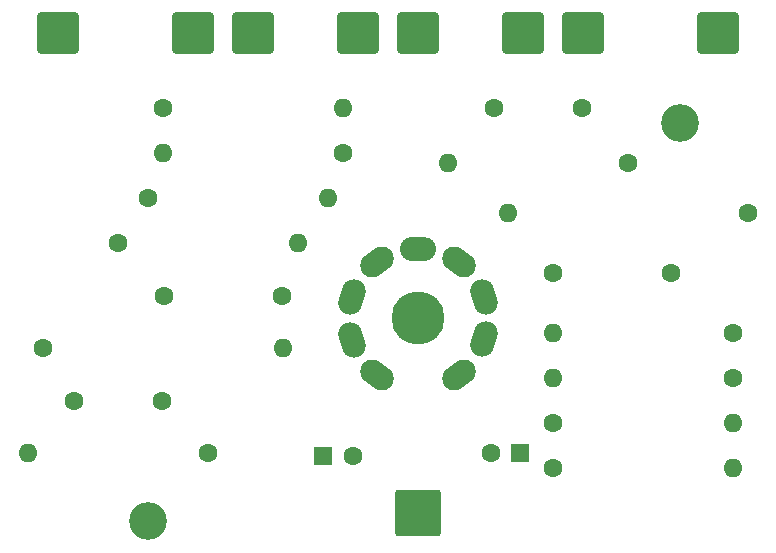
<source format=gbr>
%TF.GenerationSoftware,KiCad,Pcbnew,(6.0.11-0)*%
%TF.CreationDate,2023-05-07T13:48:13+09:00*%
%TF.ProjectId,tubeTest,74756265-5465-4737-942e-6b696361645f,rev?*%
%TF.SameCoordinates,Original*%
%TF.FileFunction,Soldermask,Top*%
%TF.FilePolarity,Negative*%
%FSLAX46Y46*%
G04 Gerber Fmt 4.6, Leading zero omitted, Abs format (unit mm)*
G04 Created by KiCad (PCBNEW (6.0.11-0)) date 2023-05-07 13:48:13*
%MOMM*%
%LPD*%
G01*
G04 APERTURE LIST*
G04 Aperture macros list*
%AMRoundRect*
0 Rectangle with rounded corners*
0 $1 Rounding radius*
0 $2 $3 $4 $5 $6 $7 $8 $9 X,Y pos of 4 corners*
0 Add a 4 corners polygon primitive as box body*
4,1,4,$2,$3,$4,$5,$6,$7,$8,$9,$2,$3,0*
0 Add four circle primitives for the rounded corners*
1,1,$1+$1,$2,$3*
1,1,$1+$1,$4,$5*
1,1,$1+$1,$6,$7*
1,1,$1+$1,$8,$9*
0 Add four rect primitives between the rounded corners*
20,1,$1+$1,$2,$3,$4,$5,0*
20,1,$1+$1,$4,$5,$6,$7,0*
20,1,$1+$1,$6,$7,$8,$9,0*
20,1,$1+$1,$8,$9,$2,$3,0*%
%AMHorizOval*
0 Thick line with rounded ends*
0 $1 width*
0 $2 $3 position (X,Y) of the first rounded end (center of the circle)*
0 $4 $5 position (X,Y) of the second rounded end (center of the circle)*
0 Add line between two ends*
20,1,$1,$2,$3,$4,$5,0*
0 Add two circle primitives to create the rounded ends*
1,1,$1,$2,$3*
1,1,$1,$4,$5*%
G04 Aperture macros list end*
%ADD10C,1.600000*%
%ADD11O,1.600000X1.600000*%
%ADD12RoundRect,0.250002X-1.499998X-1.499998X1.499998X-1.499998X1.499998X1.499998X-1.499998X1.499998X0*%
%ADD13RoundRect,0.250002X-1.699998X-1.699998X1.699998X-1.699998X1.699998X1.699998X-1.699998X1.699998X0*%
%ADD14C,3.200000*%
%ADD15R,1.600000X1.600000*%
%ADD16HorizOval,2.030000X-0.412599X0.299770X0.412599X-0.299770X0*%
%ADD17HorizOval,2.030000X-0.157599X0.485039X0.157599X-0.485039X0*%
%ADD18HorizOval,2.030000X0.157599X0.485039X-0.157599X-0.485039X0*%
%ADD19HorizOval,2.030000X0.412599X0.299770X-0.412599X-0.299770X0*%
%ADD20O,3.050000X2.030000*%
%ADD21C,4.500000*%
G04 APERTURE END LIST*
D10*
%TO.C,R8*%
X123190000Y-91440000D03*
D11*
X138430000Y-91440000D03*
%TD*%
D10*
%TO.C,C2*%
X156210000Y-105410000D03*
X166210000Y-105410000D03*
%TD*%
D12*
%TO.C,J9*%
X170180000Y-85090000D03*
%TD*%
%TO.C,J7*%
X130810000Y-85090000D03*
%TD*%
D10*
%TO.C,R10*%
X113030000Y-111760000D03*
D11*
X133350000Y-111760000D03*
%TD*%
D12*
%TO.C,J10*%
X114300000Y-85090000D03*
%TD*%
D13*
%TO.C,J2*%
X144780000Y-125730000D03*
%TD*%
D12*
%TO.C,J5*%
X125730000Y-85090000D03*
%TD*%
D10*
%TO.C,R5*%
X156210000Y-121920000D03*
D11*
X171450000Y-121920000D03*
%TD*%
D10*
%TO.C,C6*%
X123130000Y-116205000D03*
X115630000Y-116205000D03*
%TD*%
%TO.C,R2*%
X121920000Y-99060000D03*
D11*
X137160000Y-99060000D03*
%TD*%
D10*
%TO.C,C5*%
X158690000Y-91440000D03*
X151190000Y-91440000D03*
%TD*%
%TO.C,R3*%
X156210000Y-118110000D03*
D11*
X171450000Y-118110000D03*
%TD*%
D14*
%TO.C,H1*%
X167005000Y-92710000D03*
%TD*%
%TO.C,H2*%
X121920000Y-126365000D03*
%TD*%
D12*
%TO.C,J8*%
X153670000Y-85090000D03*
%TD*%
%TO.C,J6*%
X144780000Y-85090000D03*
%TD*%
D15*
%TO.C,C3*%
X136776395Y-120832500D03*
D10*
X139276395Y-120832500D03*
%TD*%
%TO.C,R11*%
X119380000Y-102870000D03*
D11*
X134620000Y-102870000D03*
%TD*%
D12*
%TO.C,J1*%
X158750000Y-85090000D03*
%TD*%
D10*
%TO.C,C4*%
X133270000Y-107315000D03*
X123270000Y-107315000D03*
%TD*%
%TO.C,R12*%
X127000000Y-120650000D03*
D11*
X111760000Y-120650000D03*
%TD*%
D10*
%TO.C,R1*%
X171450000Y-114300000D03*
D11*
X156210000Y-114300000D03*
%TD*%
D15*
%TO.C,C1*%
X153430000Y-120650000D03*
D10*
X150930000Y-120650000D03*
%TD*%
%TO.C,R9*%
X138430000Y-95250000D03*
D11*
X123190000Y-95250000D03*
%TD*%
D10*
%TO.C,R4*%
X171450000Y-110490000D03*
D11*
X156210000Y-110490000D03*
%TD*%
D10*
%TO.C,R7*%
X162560000Y-96070000D03*
D11*
X147320000Y-96070000D03*
%TD*%
D12*
%TO.C,J3*%
X139700000Y-85090000D03*
%TD*%
D10*
%TO.C,R6*%
X172720000Y-100330000D03*
D11*
X152400000Y-100330000D03*
%TD*%
D16*
%TO.C,U3*%
X141330000Y-113970000D03*
D17*
X139180000Y-111040000D03*
D18*
X139180000Y-107390000D03*
D19*
X141330000Y-104460000D03*
D20*
X144780000Y-103320000D03*
D16*
X148240000Y-104460000D03*
D17*
X150390000Y-107390000D03*
D18*
X150390000Y-111000000D03*
D21*
X144780000Y-109220000D03*
D19*
X148240000Y-113970000D03*
%TD*%
M02*

</source>
